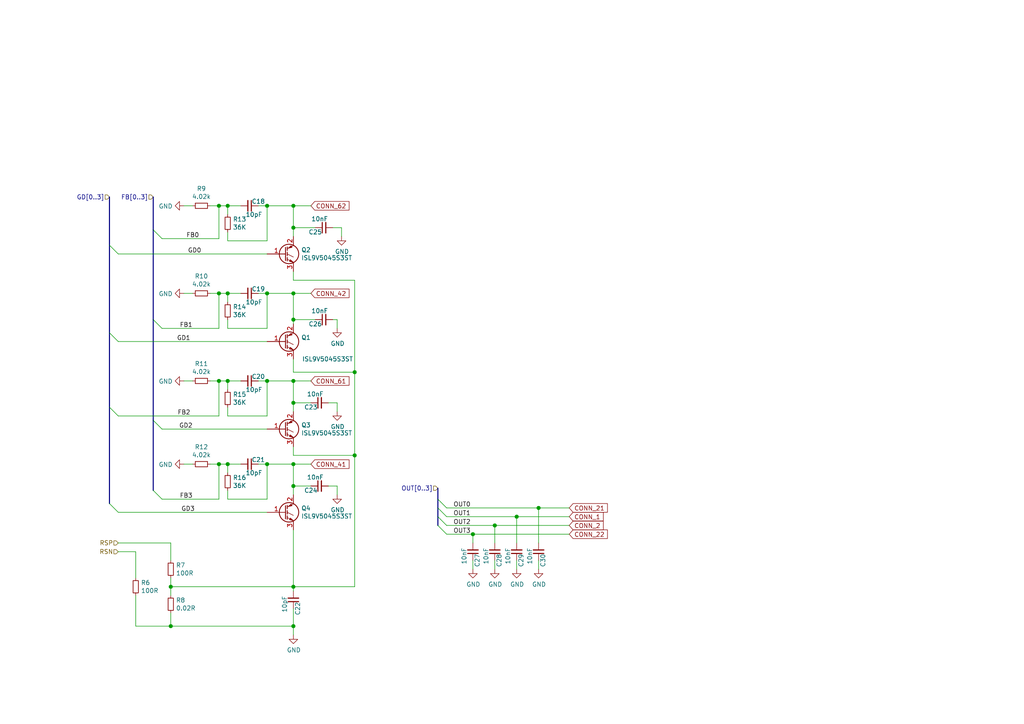
<source format=kicad_sch>
(kicad_sch (version 20201015) (generator eeschema)
  (paper "A4")
  (lib_symbols
    (symbol "Device:C_Small" (pin_numbers hide) (pin_names (offset 0.254) hide)
      (property "Reference" "C" (at 0.254 1.778 0))
      (property "Value" "C_Small" (at 0.254 -2.032 0))
      (symbol "C_Small_0_1"
        (polyline (pts (xy -1.524 -0.508) (xy 1.524 -0.508)) (stroke (width 0.3302)))
        (polyline (pts (xy -1.524 0.508) (xy 1.524 0.508)) (stroke (width 0.3048)))
      )
      (symbol "C_Small_1_1"
        (pin passive line (at 0 2.54 270) (length 2.032) (name "~") (number "1"))
        (pin passive line (at 0 -2.54 90) (length 2.032) (name "~") (number "2"))
      )
    )
    (symbol "Device:Q_NIGBT_GCE" (pin_names (offset 0) hide)
      (property "Reference" "Q" (at 5.08 1.27 0))
      (property "Value" "Q_NIGBT_GCE" (at 5.08 -1.27 0))
      (symbol "Q_NIGBT_GCE_0_1"
        (circle (center 1.27 0) (radius 2.8194) (stroke (width 0.254)))
        (polyline (pts (xy 0.762 -1.016) (xy 0.762 -2.032)) (stroke (width 0.254)))
        (polyline (pts (xy 0.762 0.508) (xy 0.762 -0.508)) (stroke (width 0.254)))
        (polyline (pts (xy 0.762 2.032) (xy 0.762 1.016)) (stroke (width 0.254)))
        (polyline (pts (xy 2.54 -2.413) (xy 0.762 -1.524)))
        (polyline (pts (xy 2.54 -0.889) (xy 0.762 0)))
        (polyline (pts (xy 2.54 2.413) (xy 0.762 1.524)))
        (polyline (pts (xy 0.254 1.905) (xy 0.254 -1.905) (xy 0.254 -1.905)) (stroke (width 0.254)))
        (polyline (pts (xy 1.397 -2.159) (xy 1.651 -1.651) (xy 2.54 -2.413) (xy 1.397 -2.159)) (fill (type outline)))
        (polyline (pts (xy 2.159 1.905) (xy 1.905 2.413) (xy 1.016 1.651) (xy 2.159 1.905)) (fill (type outline)))
      )
      (symbol "Q_NIGBT_GCE_1_1"
        (pin input line (at -5.08 0 0) (length 5.334) (name "G") (number "1"))
        (pin passive line (at 2.54 5.08 270) (length 2.54) (name "C") (number "2"))
        (pin passive line (at 2.54 -5.08 90) (length 2.54) (name "E") (number "3"))
      )
    )
    (symbol "Device:R_Small" (pin_numbers hide) (pin_names (offset 0.254) hide)
      (property "Reference" "R" (at 0.762 0.508 0))
      (property "Value" "R_Small" (at 0.762 -1.016 0))
      (symbol "R_Small_0_1"
        (rectangle (start -0.762 1.778) (end 0.762 -1.778) (stroke (width 0.2032)))
      )
      (symbol "R_Small_1_1"
        (pin passive line (at 0 2.54 270) (length 0.762) (name "~") (number "1"))
        (pin passive line (at 0 -2.54 90) (length 0.762) (name "~") (number "2"))
      )
    )
    (symbol "power:GND" (power) (pin_names (offset 0))
      (property "Value" "GND" (at 0 -3.81 0))
      (symbol "GND_0_1"
        (polyline (pts (xy 0 0) (xy 0 -1.27) (xy 1.27 -1.27) (xy 0 -2.54) (xy -1.27 -1.27) (xy 0 -1.27)))
      )
      (symbol "GND_1_1"
        (pin power_in line (at 0 0 270) (length 0) hide (name "GND") (number "1"))
      )
    )
  )
  (junction (at 49.53 170.18) (diameter 1.016))
  (junction (at 49.53 181.61) (diameter 1.016))
  (junction (at 63.5 59.69) (diameter 1.016))
  (junction (at 63.5 85.09) (diameter 1.016))
  (junction (at 63.5 110.49) (diameter 1.016))
  (junction (at 63.5 134.62) (diameter 1.016))
  (junction (at 66.04 59.69) (diameter 1.016))
  (junction (at 66.04 85.09) (diameter 1.016))
  (junction (at 66.04 110.49) (diameter 1.016))
  (junction (at 66.04 134.62) (diameter 1.016))
  (junction (at 77.47 59.69) (diameter 1.016))
  (junction (at 77.47 85.09) (diameter 1.016))
  (junction (at 77.47 110.49) (diameter 1.016))
  (junction (at 77.47 134.62) (diameter 1.016))
  (junction (at 85.09 59.69) (diameter 1.016))
  (junction (at 85.09 66.04) (diameter 1.016))
  (junction (at 85.09 85.09) (diameter 1.016))
  (junction (at 85.09 92.71) (diameter 1.016))
  (junction (at 85.09 110.49) (diameter 1.016))
  (junction (at 85.09 116.84) (diameter 1.016))
  (junction (at 85.09 134.62) (diameter 1.016))
  (junction (at 85.09 140.97) (diameter 1.016))
  (junction (at 85.09 170.18) (diameter 1.016))
  (junction (at 85.09 181.61) (diameter 1.016))
  (junction (at 102.87 107.95) (diameter 1.016))
  (junction (at 102.87 132.08) (diameter 1.016))
  (junction (at 137.16 154.94) (diameter 1.016))
  (junction (at 143.51 152.4) (diameter 1.016))
  (junction (at 149.86 149.86) (diameter 1.016))
  (junction (at 156.21 147.32) (diameter 1.016))
  (bus_entry (at 31.75 71.12) (size 2.54 2.54) (stroke (width 0.1524)))
  (bus_entry (at 31.75 96.52) (size 2.54 2.54) (stroke (width 0.1524)))
  (bus_entry (at 31.75 118.11) (size 2.54 2.54) (stroke (width 0.1524)))
  (bus_entry (at 31.75 146.05) (size 2.54 2.54) (stroke (width 0.1524)))
  (bus_entry (at 44.45 66.675) (size 2.54 2.54) (stroke (width 0.1524)))
  (bus_entry (at 44.45 92.71) (size 2.54 2.54) (stroke (width 0.1524)))
  (bus_entry (at 44.45 121.92) (size 2.54 2.54) (stroke (width 0.1524)))
  (bus_entry (at 44.45 142.24) (size 2.54 2.54) (stroke (width 0.1524)))
  (bus_entry (at 127 144.78) (size 2.54 2.54) (stroke (width 0.1524)))
  (bus_entry (at 127 147.32) (size 2.54 2.54) (stroke (width 0.1524)))
  (bus_entry (at 127 149.86) (size 2.54 2.54) (stroke (width 0.1524)))
  (bus_entry (at 127 152.4) (size 2.54 2.54) (stroke (width 0.1524)))
  (wire (pts (xy 34.29 73.66) (xy 77.47 73.66)))
  (wire (pts (xy 34.29 99.06) (xy 77.47 99.06)))
  (wire (pts (xy 34.29 120.65) (xy 63.5 120.65)))
  (wire (pts (xy 34.29 148.59) (xy 77.47 148.59)))
  (wire (pts (xy 34.29 157.48) (xy 49.53 157.48)))
  (wire (pts (xy 34.29 160.02) (xy 39.37 160.02)))
  (wire (pts (xy 39.37 160.02) (xy 39.37 167.64)))
  (wire (pts (xy 39.37 172.72) (xy 39.37 181.61)))
  (wire (pts (xy 39.37 181.61) (xy 49.53 181.61)))
  (wire (pts (xy 46.99 69.215) (xy 63.5 69.215)))
  (wire (pts (xy 46.99 95.25) (xy 63.5 95.25)))
  (wire (pts (xy 46.99 124.46) (xy 77.47 124.46)))
  (wire (pts (xy 46.99 144.78) (xy 63.5 144.78)))
  (wire (pts (xy 49.53 157.48) (xy 49.53 162.56)))
  (wire (pts (xy 49.53 167.64) (xy 49.53 170.18)))
  (wire (pts (xy 49.53 170.18) (xy 49.53 172.72)))
  (wire (pts (xy 49.53 170.18) (xy 85.09 170.18)))
  (wire (pts (xy 49.53 177.8) (xy 49.53 181.61)))
  (wire (pts (xy 49.53 181.61) (xy 85.09 181.61)))
  (wire (pts (xy 53.34 59.69) (xy 55.88 59.69)))
  (wire (pts (xy 53.34 85.09) (xy 55.88 85.09)))
  (wire (pts (xy 53.34 110.49) (xy 55.88 110.49)))
  (wire (pts (xy 53.34 134.62) (xy 55.88 134.62)))
  (wire (pts (xy 60.96 59.69) (xy 63.5 59.69)))
  (wire (pts (xy 60.96 85.09) (xy 63.5 85.09)))
  (wire (pts (xy 60.96 110.49) (xy 63.5 110.49)))
  (wire (pts (xy 60.96 134.62) (xy 63.5 134.62)))
  (wire (pts (xy 63.5 59.69) (xy 63.5 69.215)))
  (wire (pts (xy 63.5 59.69) (xy 66.04 59.69)))
  (wire (pts (xy 63.5 85.09) (xy 63.5 95.25)))
  (wire (pts (xy 63.5 85.09) (xy 66.04 85.09)))
  (wire (pts (xy 63.5 110.49) (xy 63.5 120.65)))
  (wire (pts (xy 63.5 110.49) (xy 66.04 110.49)))
  (wire (pts (xy 63.5 134.62) (xy 63.5 144.78)))
  (wire (pts (xy 63.5 134.62) (xy 66.04 134.62)))
  (wire (pts (xy 66.04 59.69) (xy 69.85 59.69)))
  (wire (pts (xy 66.04 62.23) (xy 66.04 59.69)))
  (wire (pts (xy 66.04 69.85) (xy 66.04 67.31)))
  (wire (pts (xy 66.04 85.09) (xy 69.85 85.09)))
  (wire (pts (xy 66.04 87.63) (xy 66.04 85.09)))
  (wire (pts (xy 66.04 95.25) (xy 66.04 92.71)))
  (wire (pts (xy 66.04 110.49) (xy 69.85 110.49)))
  (wire (pts (xy 66.04 113.03) (xy 66.04 110.49)))
  (wire (pts (xy 66.04 120.65) (xy 66.04 118.11)))
  (wire (pts (xy 66.04 134.62) (xy 69.85 134.62)))
  (wire (pts (xy 66.04 137.16) (xy 66.04 134.62)))
  (wire (pts (xy 66.04 144.78) (xy 66.04 142.24)))
  (wire (pts (xy 77.47 59.69) (xy 74.93 59.69)))
  (wire (pts (xy 77.47 59.69) (xy 77.47 69.85)))
  (wire (pts (xy 77.47 59.69) (xy 85.09 59.69)))
  (wire (pts (xy 77.47 69.85) (xy 66.04 69.85)))
  (wire (pts (xy 77.47 85.09) (xy 74.93 85.09)))
  (wire (pts (xy 77.47 85.09) (xy 77.47 95.25)))
  (wire (pts (xy 77.47 85.09) (xy 85.09 85.09)))
  (wire (pts (xy 77.47 95.25) (xy 66.04 95.25)))
  (wire (pts (xy 77.47 110.49) (xy 74.93 110.49)))
  (wire (pts (xy 77.47 110.49) (xy 77.47 120.65)))
  (wire (pts (xy 77.47 110.49) (xy 85.09 110.49)))
  (wire (pts (xy 77.47 120.65) (xy 66.04 120.65)))
  (wire (pts (xy 77.47 134.62) (xy 74.93 134.62)))
  (wire (pts (xy 77.47 134.62) (xy 77.47 144.78)))
  (wire (pts (xy 77.47 134.62) (xy 85.09 134.62)))
  (wire (pts (xy 77.47 144.78) (xy 66.04 144.78)))
  (wire (pts (xy 85.09 59.69) (xy 85.09 66.04)))
  (wire (pts (xy 85.09 59.69) (xy 90.17 59.69)))
  (wire (pts (xy 85.09 66.04) (xy 85.09 68.58)))
  (wire (pts (xy 85.09 78.74) (xy 85.09 81.28)))
  (wire (pts (xy 85.09 81.28) (xy 102.87 81.28)))
  (wire (pts (xy 85.09 85.09) (xy 85.09 92.71)))
  (wire (pts (xy 85.09 85.09) (xy 90.17 85.09)))
  (wire (pts (xy 85.09 92.71) (xy 85.09 93.98)))
  (wire (pts (xy 85.09 104.14) (xy 85.09 107.95)))
  (wire (pts (xy 85.09 107.95) (xy 102.87 107.95)))
  (wire (pts (xy 85.09 110.49) (xy 85.09 116.84)))
  (wire (pts (xy 85.09 110.49) (xy 90.17 110.49)))
  (wire (pts (xy 85.09 116.84) (xy 85.09 119.38)))
  (wire (pts (xy 85.09 129.54) (xy 85.09 132.08)))
  (wire (pts (xy 85.09 132.08) (xy 102.87 132.08)))
  (wire (pts (xy 85.09 134.62) (xy 85.09 140.97)))
  (wire (pts (xy 85.09 134.62) (xy 90.17 134.62)))
  (wire (pts (xy 85.09 140.97) (xy 85.09 143.51)))
  (wire (pts (xy 85.09 153.67) (xy 85.09 170.18)))
  (wire (pts (xy 85.09 170.18) (xy 85.09 171.45)))
  (wire (pts (xy 85.09 176.53) (xy 85.09 181.61)))
  (wire (pts (xy 85.09 181.61) (xy 85.09 184.15)))
  (wire (pts (xy 90.17 116.84) (xy 85.09 116.84)))
  (wire (pts (xy 90.17 140.97) (xy 85.09 140.97)))
  (wire (pts (xy 91.44 66.04) (xy 85.09 66.04)))
  (wire (pts (xy 91.44 92.71) (xy 85.09 92.71)))
  (wire (pts (xy 95.25 116.84) (xy 97.79 116.84)))
  (wire (pts (xy 95.25 140.97) (xy 97.79 140.97)))
  (wire (pts (xy 96.52 66.04) (xy 99.06 66.04)))
  (wire (pts (xy 96.52 92.71) (xy 97.79 92.71)))
  (wire (pts (xy 97.79 92.71) (xy 97.79 95.25)))
  (wire (pts (xy 97.79 116.84) (xy 97.79 119.38)))
  (wire (pts (xy 97.79 140.97) (xy 97.79 143.51)))
  (wire (pts (xy 99.06 66.04) (xy 99.06 68.58)))
  (wire (pts (xy 102.87 81.28) (xy 102.87 107.95)))
  (wire (pts (xy 102.87 107.95) (xy 102.87 132.08)))
  (wire (pts (xy 102.87 132.08) (xy 102.87 170.18)))
  (wire (pts (xy 102.87 170.18) (xy 85.09 170.18)))
  (wire (pts (xy 129.54 147.32) (xy 156.21 147.32)))
  (wire (pts (xy 129.54 149.86) (xy 149.86 149.86)))
  (wire (pts (xy 129.54 152.4) (xy 143.51 152.4)))
  (wire (pts (xy 129.54 154.94) (xy 137.16 154.94)))
  (wire (pts (xy 137.16 154.94) (xy 137.16 157.48)))
  (wire (pts (xy 137.16 154.94) (xy 165.1 154.94)))
  (wire (pts (xy 137.16 162.56) (xy 137.16 165.1)))
  (wire (pts (xy 143.51 152.4) (xy 143.51 157.48)))
  (wire (pts (xy 143.51 152.4) (xy 165.1 152.4)))
  (wire (pts (xy 143.51 162.56) (xy 143.51 165.1)))
  (wire (pts (xy 149.86 149.86) (xy 149.86 157.48)))
  (wire (pts (xy 149.86 149.86) (xy 165.1 149.86)))
  (wire (pts (xy 149.86 162.56) (xy 149.86 165.1)))
  (wire (pts (xy 156.21 147.32) (xy 156.21 157.48)))
  (wire (pts (xy 156.21 147.32) (xy 165.1 147.32)))
  (wire (pts (xy 156.21 162.56) (xy 156.21 165.1)))
  (bus (pts (xy 31.75 57.15) (xy 31.75 71.12)))
  (bus (pts (xy 31.75 71.12) (xy 31.75 96.52)))
  (bus (pts (xy 31.75 96.52) (xy 31.75 118.11)))
  (bus (pts (xy 31.75 118.11) (xy 31.75 146.05)))
  (bus (pts (xy 44.45 57.15) (xy 44.45 66.675)))
  (bus (pts (xy 44.45 66.675) (xy 44.45 92.71)))
  (bus (pts (xy 44.45 92.71) (xy 44.45 121.92)))
  (bus (pts (xy 44.45 121.92) (xy 44.45 142.24)))
  (bus (pts (xy 127 141.605) (xy 127 144.78)))
  (bus (pts (xy 127 144.78) (xy 127 147.32)))
  (bus (pts (xy 127 147.32) (xy 127 149.86)))
  (bus (pts (xy 127 149.86) (xy 127 152.4)))
  (label "GD1" (at 55.245 99.06 180))
  (label "FB2" (at 55.245 120.65 180))
  (label "FB1" (at 55.88 95.25 180))
  (label "GD2" (at 55.88 124.46 180))
  (label "FB3" (at 55.88 144.78 180))
  (label "GD3" (at 56.515 148.59 180))
  (label "FB0" (at 57.785 69.215 180))
  (label "GD0" (at 58.42 73.66 180))
  (label "OUT0" (at 136.525 147.32 180))
  (label "OUT1" (at 136.525 149.86 180))
  (label "OUT2" (at 136.525 152.4 180))
  (label "OUT3" (at 136.525 154.94 180))
  (global_label "CONN_62" (shape input) (at 90.17 59.69 0) (property "Intersheet References" "${INTERSHEET_REFS}" (effects hide)))
  (global_label "CONN_42" (shape input) (at 90.17 85.09 0) (property "Intersheet References" "${INTERSHEET_REFS}" (effects hide)))
  (global_label "CONN_61" (shape input) (at 90.17 110.49 0) (property "Intersheet References" "${INTERSHEET_REFS}" (effects hide)))
  (global_label "CONN_41" (shape input) (at 90.17 134.62 0) (property "Intersheet References" "${INTERSHEET_REFS}" (effects hide)))
  (global_label "CONN_21" (shape input) (at 165.1 147.32 0) (property "Intersheet References" "${INTERSHEET_REFS}" (effects hide)))
  (global_label "CONN_1" (shape input) (at 165.1 149.86 0) (property "Intersheet References" "${INTERSHEET_REFS}" (effects hide)))
  (global_label "CONN_2" (shape input) (at 165.1 152.4 0) (property "Intersheet References" "${INTERSHEET_REFS}" (effects hide)))
  (global_label "CONN_22" (shape input) (at 165.1 154.94 0) (property "Intersheet References" "${INTERSHEET_REFS}" (effects hide)))
  (hierarchical_label "GD[0..3]" (shape input) (at 31.75 57.15 180))
  (hierarchical_label "RSP" (shape input) (at 34.29 157.48 180))
  (hierarchical_label "RSN" (shape input) (at 34.29 160.02 180))
  (hierarchical_label "FB[0..3]" (shape input) (at 44.45 57.15 180))
  (hierarchical_label "OUT[0..3]" (shape input) (at 127 141.605 180))
  (symbol (lib_id "power:GND") (at 53.34 59.69 270) (unit 1)
    (property "Reference" "#PWR0124" (effects hide))
    (property "Value" "GND" (at 50.0888 59.817 90) (effects (justify right)))
  )
  (symbol (lib_id "power:GND") (at 53.34 85.09 270) (unit 1)
    (property "Reference" "#PWR0125" (effects hide))
    (property "Value" "GND" (at 50.0888 85.217 90) (effects (justify right)))
  )
  (symbol (lib_id "power:GND") (at 53.34 110.49 270) (unit 1)
    (property "Reference" "#PWR0126" (effects hide))
    (property "Value" "GND" (at 50.0888 110.617 90) (effects (justify right)))
  )
  (symbol (lib_id "power:GND") (at 53.34 134.62 270) (unit 1)
    (property "Reference" "#PWR0127" (effects hide))
    (property "Value" "GND" (at 50.0888 134.747 90) (effects (justify right)))
  )
  (symbol (lib_id "power:GND") (at 85.09 184.15 0) (unit 1)
    (property "Reference" "#PWR0128" (effects hide))
    (property "Value" "GND" (at 85.217 188.5442 0))
  )
  (symbol (lib_id "power:GND") (at 97.79 95.25 0) (unit 1)
    (property "Reference" "#PWR01" (effects hide))
    (property "Value" "GND" (at 97.917 99.6442 0))
  )
  (symbol (lib_id "power:GND") (at 97.79 119.38 0) (unit 1)
    (property "Reference" "#PWR02" (effects hide))
    (property "Value" "GND" (at 97.917 123.7742 0))
  )
  (symbol (lib_id "power:GND") (at 97.79 143.51 0) (unit 1)
    (property "Reference" "#PWR03" (effects hide))
    (property "Value" "GND" (at 97.917 147.9042 0))
  )
  (symbol (lib_id "power:GND") (at 99.06 68.58 0) (unit 1)
    (property "Reference" "#PWR04" (effects hide))
    (property "Value" "GND" (at 99.187 72.9742 0))
  )
  (symbol (lib_id "power:GND") (at 137.16 165.1 0) (unit 1)
    (property "Reference" "#PWR05" (effects hide))
    (property "Value" "GND" (at 137.287 169.4942 0))
  )
  (symbol (lib_id "power:GND") (at 143.51 165.1 0) (unit 1)
    (property "Reference" "#PWR06" (effects hide))
    (property "Value" "GND" (at 143.637 169.4942 0))
  )
  (symbol (lib_id "power:GND") (at 149.86 165.1 0) (unit 1)
    (property "Reference" "#PWR07" (effects hide))
    (property "Value" "GND" (at 149.987 169.4942 0))
  )
  (symbol (lib_id "power:GND") (at 156.21 165.1 0) (unit 1)
    (property "Reference" "#PWR08" (effects hide))
    (property "Value" "GND" (at 156.337 169.4942 0))
  )
  (symbol (lib_id "Device:R_Small") (at 39.37 170.18 180) (unit 1)
    (property "Reference" "R6" (at 40.8686 169.0116 0) (effects (justify right)))
    (property "Value" "100R" (at 40.8686 171.323 0) (effects (justify right)))
    (property "Footprint" "Resistor_SMD:R_0603_1608Metric" (effects hide))
    (property "LCSC" "C159890" (effects hide))
  )
  (symbol (lib_id "Device:R_Small") (at 49.53 165.1 180) (unit 1)
    (property "Reference" "R7" (at 51.0286 163.9316 0) (effects (justify right)))
    (property "Value" "100R" (at 51.0286 166.243 0) (effects (justify right)))
    (property "Footprint" "Resistor_SMD:R_0603_1608Metric" (effects hide))
    (property "LCSC" "C159890" (effects hide))
  )
  (symbol (lib_id "Device:R_Small") (at 49.53 175.26 0) (unit 1)
    (property "Reference" "R8" (at 51.0286 174.0916 0) (effects (justify left)))
    (property "Value" "0.02R" (at 51.0286 176.403 0) (effects (justify left)))
    (property "Footprint" "Resistor_SMD:R_2512_6332Metric" (effects hide))
    (property "LCSC" "C326611" (effects hide))
  )
  (symbol (lib_id "Device:R_Small") (at 58.42 59.69 90) (unit 1)
    (property "Reference" "R9" (at 58.42 54.7116 90))
    (property "Value" "4.02k" (at 58.42 57.023 90))
    (property "Footprint" "Resistor_SMD:R_0603_1608Metric" (effects hide))
    (property "LCSC" "C23040" (effects hide))
  )
  (symbol (lib_id "Device:R_Small") (at 58.42 85.09 90) (unit 1)
    (property "Reference" "R10" (at 58.42 80.1116 90))
    (property "Value" "4.02k" (at 58.42 82.423 90))
    (property "Footprint" "Resistor_SMD:R_0603_1608Metric" (effects hide))
    (property "LCSC" "C23040" (effects hide))
  )
  (symbol (lib_id "Device:R_Small") (at 58.42 110.49 90) (unit 1)
    (property "Reference" "R11" (at 58.42 105.5116 90))
    (property "Value" "4.02k" (at 58.42 107.823 90))
    (property "Footprint" "Resistor_SMD:R_0603_1608Metric" (effects hide))
    (property "LCSC" "C23040" (effects hide))
  )
  (symbol (lib_id "Device:R_Small") (at 58.42 134.62 90) (unit 1)
    (property "Reference" "R12" (at 58.42 129.6416 90))
    (property "Value" "4.02k" (at 58.42 131.953 90))
    (property "Footprint" "Resistor_SMD:R_0603_1608Metric" (effects hide))
    (property "LCSC" "C23040" (effects hide))
  )
  (symbol (lib_id "Device:R_Small") (at 66.04 64.77 0) (unit 1)
    (property "Reference" "R13" (at 67.5386 63.6016 0) (effects (justify left)))
    (property "Value" "36K" (at 67.5386 65.913 0) (effects (justify left)))
    (property "Footprint" "Resistor_SMD:R_0603_1608Metric" (effects hide))
    (property "LCSC" "C192548" (effects hide))
  )
  (symbol (lib_id "Device:R_Small") (at 66.04 90.17 0) (unit 1)
    (property "Reference" "R14" (at 67.5386 89.0016 0) (effects (justify left)))
    (property "Value" "36K" (at 67.5386 91.313 0) (effects (justify left)))
    (property "Footprint" "Resistor_SMD:R_0603_1608Metric" (effects hide))
    (property "LCSC" "C192548" (effects hide))
  )
  (symbol (lib_id "Device:R_Small") (at 66.04 115.57 0) (unit 1)
    (property "Reference" "R15" (at 67.5386 114.4016 0) (effects (justify left)))
    (property "Value" "36K" (at 67.5386 116.713 0) (effects (justify left)))
    (property "Footprint" "Resistor_SMD:R_0603_1608Metric" (effects hide))
    (property "LCSC" "C192548" (effects hide))
  )
  (symbol (lib_id "Device:R_Small") (at 66.04 139.7 0) (unit 1)
    (property "Reference" "R16" (at 67.5386 138.5316 0) (effects (justify left)))
    (property "Value" "36K" (at 67.5386 140.843 0) (effects (justify left)))
    (property "Footprint" "Resistor_SMD:R_0603_1608Metric" (effects hide))
    (property "LCSC" "C192548" (effects hide))
  )
  (symbol (lib_id "Device:C_Small") (at 72.39 59.69 270) (mirror x) (unit 1)
    (property "Reference" "C18" (at 74.93 58.42 90))
    (property "Value" "10pF" (at 73.66 62.23 90))
    (property "Footprint" "Capacitor_SMD:C_0603_1608Metric" (effects hide))
    (property "LCSC" "C106245" (effects hide))
  )
  (symbol (lib_id "Device:C_Small") (at 72.39 85.09 270) (mirror x) (unit 1)
    (property "Reference" "C19" (at 74.93 83.82 90))
    (property "Value" "10pF" (at 73.66 87.63 90))
    (property "Footprint" "Capacitor_SMD:C_0603_1608Metric" (effects hide))
    (property "LCSC" "C106245" (effects hide))
  )
  (symbol (lib_id "Device:C_Small") (at 72.39 110.49 270) (mirror x) (unit 1)
    (property "Reference" "C20" (at 74.93 109.22 90))
    (property "Value" "10pF" (at 73.66 113.03 90))
    (property "Footprint" "Capacitor_SMD:C_0603_1608Metric" (effects hide))
    (property "LCSC" "C106245" (effects hide))
  )
  (symbol (lib_id "Device:C_Small") (at 72.39 134.62 270) (mirror x) (unit 1)
    (property "Reference" "C21" (at 74.93 133.35 90))
    (property "Value" "10pF" (at 73.66 137.16 90))
    (property "Footprint" "Capacitor_SMD:C_0603_1608Metric" (effects hide))
    (property "LCSC" "C106245" (effects hide))
  )
  (symbol (lib_id "Device:C_Small") (at 85.09 173.99 0) (mirror x) (unit 1)
    (property "Reference" "C22" (at 86.36 176.53 90))
    (property "Value" "10pF" (at 82.55 175.26 90))
    (property "Footprint" "Capacitor_SMD:C_0603_1608Metric" (effects hide))
  )
  (symbol (lib_id "Device:C_Small") (at 92.71 116.84 90) (mirror x) (unit 1)
    (property "Reference" "C23" (at 90.17 118.11 90))
    (property "Value" "10nF" (at 91.44 114.3 90))
    (property "Footprint" "Capacitor_SMD:C_0603_1608Metric" (effects hide))
    (property "LCSC" "C100042" (effects hide))
  )
  (symbol (lib_id "Device:C_Small") (at 92.71 140.97 90) (mirror x) (unit 1)
    (property "Reference" "C24" (at 90.17 142.24 90))
    (property "Value" "10nF" (at 91.44 138.43 90))
    (property "Footprint" "Capacitor_SMD:C_0603_1608Metric" (effects hide))
    (property "LCSC" "C100042" (effects hide))
  )
  (symbol (lib_id "Device:C_Small") (at 93.98 66.04 90) (mirror x) (unit 1)
    (property "Reference" "C25" (at 91.44 67.31 90))
    (property "Value" "10nF" (at 92.71 63.5 90))
    (property "Footprint" "Capacitor_SMD:C_0603_1608Metric" (effects hide))
    (property "LCSC" "C100042" (effects hide))
  )
  (symbol (lib_id "Device:C_Small") (at 93.98 92.71 90) (mirror x) (unit 1)
    (property "Reference" "C26" (at 91.44 93.98 90))
    (property "Value" "10nF" (at 92.71 90.17 90))
    (property "Footprint" "Capacitor_SMD:C_0603_1608Metric" (effects hide))
    (property "LCSC" "C100042" (effects hide))
  )
  (symbol (lib_id "Device:C_Small") (at 137.16 160.02 0) (mirror x) (unit 1)
    (property "Reference" "C27" (at 138.43 162.56 90))
    (property "Value" "10nF" (at 134.62 161.29 90))
    (property "Footprint" "Capacitor_SMD:C_0603_1608Metric" (effects hide))
    (property "LCSC" "C100042" (effects hide))
  )
  (symbol (lib_id "Device:C_Small") (at 143.51 160.02 0) (mirror x) (unit 1)
    (property "Reference" "C28" (at 144.78 162.56 90))
    (property "Value" "10nF" (at 140.97 161.29 90))
    (property "Footprint" "Capacitor_SMD:C_0603_1608Metric" (effects hide))
    (property "LCSC" "C100042" (effects hide))
  )
  (symbol (lib_id "Device:C_Small") (at 149.86 160.02 0) (mirror x) (unit 1)
    (property "Reference" "C29" (at 151.13 162.56 90))
    (property "Value" "10nF" (at 147.32 161.29 90))
    (property "Footprint" "Capacitor_SMD:C_0603_1608Metric" (effects hide))
    (property "LCSC" "C100042" (effects hide))
  )
  (symbol (lib_id "Device:C_Small") (at 156.21 160.02 0) (mirror x) (unit 1)
    (property "Reference" "C30" (at 157.48 162.56 90))
    (property "Value" "10nF" (at 153.67 161.29 90))
    (property "Footprint" "Capacitor_SMD:C_0603_1608Metric" (effects hide))
    (property "LCSC" "C100042" (effects hide))
  )
  (symbol (lib_id "Device:Q_NIGBT_GCE") (at 82.55 73.66 0) (unit 1)
    (property "Reference" "Q2" (at 87.376 72.4916 0) (effects (justify left)))
    (property "Value" "ISL9V5045S3ST" (at 87.376 74.803 0) (effects (justify left)))
    (property "Footprint" "Package_TO_SOT_SMD:TO-263-2" (effects hide))
  )
  (symbol (lib_id "Device:Q_NIGBT_GCE") (at 82.55 99.06 0) (unit 1)
    (property "Reference" "Q1" (at 87.376 97.8916 0) (effects (justify left)))
    (property "Value" "ISL9V5045S3ST" (at 87.63 104.14 0) (effects (justify left)))
    (property "Footprint" "Package_TO_SOT_SMD:TO-263-2" (effects hide))
  )
  (symbol (lib_id "Device:Q_NIGBT_GCE") (at 82.55 124.46 0) (unit 1)
    (property "Reference" "Q3" (at 87.376 123.2916 0) (effects (justify left)))
    (property "Value" "ISL9V5045S3ST" (at 87.376 125.603 0) (effects (justify left)))
    (property "Footprint" "Package_TO_SOT_SMD:TO-263-2" (effects hide))
  )
  (symbol (lib_id "Device:Q_NIGBT_GCE") (at 82.55 148.59 0) (unit 1)
    (property "Reference" "Q4" (at 87.376 147.4216 0) (effects (justify left)))
    (property "Value" "ISL9V5045S3ST" (at 87.376 149.733 0) (effects (justify left)))
    (property "Footprint" "Package_TO_SOT_SMD:TO-263-2" (effects hide))
  )
)
</source>
